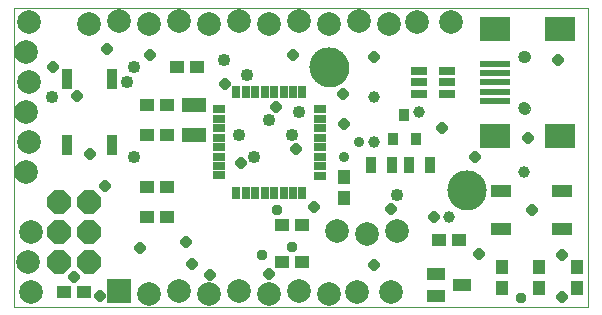
<source format=gts>
G75*
%MOIN*%
%OFA0B0*%
%FSLAX25Y25*%
%IPPOS*%
%LPD*%
%AMOC8*
5,1,8,0,0,1.08239X$1,22.5*
%
%ADD10C,0.00000*%
%ADD11C,0.13100*%
%ADD12R,0.04831X0.04437*%
%ADD13R,0.04437X0.04831*%
%ADD14R,0.07000X0.04437*%
%ADD15R,0.03846X0.02626*%
%ADD16R,0.02626X0.03846*%
%ADD17R,0.06012X0.04437*%
%ADD18C,0.07900*%
%ADD19R,0.07900X0.07900*%
%ADD20R,0.03500X0.06500*%
%ADD21R,0.10343X0.02469*%
%ADD22R,0.10343X0.08374*%
%ADD23C,0.04043*%
%ADD24R,0.07980X0.04831*%
%ADD25R,0.03650X0.04043*%
%ADD26R,0.03650X0.05224*%
%ADD27R,0.05224X0.02862*%
%ADD28OC8,0.07900*%
%ADD29C,0.04262*%
%ADD30C,0.03869*%
%ADD31OC8,0.03700*%
%ADD32OC8,0.03500*%
%ADD33C,0.03500*%
%ADD34C,0.03700*%
D10*
X0001900Y0003250D02*
X0001900Y0103211D01*
X0193101Y0103211D01*
X0193101Y0003250D01*
X0001900Y0003250D01*
X0100600Y0083250D02*
X0100602Y0083408D01*
X0100608Y0083567D01*
X0100618Y0083725D01*
X0100632Y0083882D01*
X0100650Y0084040D01*
X0100671Y0084196D01*
X0100697Y0084353D01*
X0100727Y0084508D01*
X0100760Y0084663D01*
X0100798Y0084817D01*
X0100839Y0084970D01*
X0100884Y0085121D01*
X0100933Y0085272D01*
X0100986Y0085421D01*
X0101042Y0085569D01*
X0101103Y0085716D01*
X0101166Y0085861D01*
X0101234Y0086004D01*
X0101305Y0086145D01*
X0101379Y0086285D01*
X0101457Y0086423D01*
X0101539Y0086559D01*
X0101624Y0086692D01*
X0101712Y0086824D01*
X0101803Y0086953D01*
X0101898Y0087080D01*
X0101996Y0087204D01*
X0102097Y0087326D01*
X0102201Y0087446D01*
X0102307Y0087563D01*
X0102417Y0087677D01*
X0102530Y0087788D01*
X0102645Y0087896D01*
X0102764Y0088002D01*
X0102884Y0088104D01*
X0103007Y0088204D01*
X0103133Y0088300D01*
X0103261Y0088393D01*
X0103392Y0088483D01*
X0103524Y0088569D01*
X0103659Y0088652D01*
X0103796Y0088732D01*
X0103935Y0088808D01*
X0104075Y0088881D01*
X0104218Y0088950D01*
X0104362Y0089016D01*
X0104507Y0089078D01*
X0104655Y0089136D01*
X0104803Y0089191D01*
X0104953Y0089242D01*
X0105104Y0089289D01*
X0105257Y0089332D01*
X0105410Y0089371D01*
X0105564Y0089407D01*
X0105719Y0089438D01*
X0105875Y0089466D01*
X0106032Y0089490D01*
X0106189Y0089510D01*
X0106347Y0089526D01*
X0106504Y0089538D01*
X0106663Y0089546D01*
X0106821Y0089550D01*
X0106979Y0089550D01*
X0107137Y0089546D01*
X0107296Y0089538D01*
X0107453Y0089526D01*
X0107611Y0089510D01*
X0107768Y0089490D01*
X0107925Y0089466D01*
X0108081Y0089438D01*
X0108236Y0089407D01*
X0108390Y0089371D01*
X0108543Y0089332D01*
X0108696Y0089289D01*
X0108847Y0089242D01*
X0108997Y0089191D01*
X0109145Y0089136D01*
X0109293Y0089078D01*
X0109438Y0089016D01*
X0109582Y0088950D01*
X0109725Y0088881D01*
X0109865Y0088808D01*
X0110004Y0088732D01*
X0110141Y0088652D01*
X0110276Y0088569D01*
X0110408Y0088483D01*
X0110539Y0088393D01*
X0110667Y0088300D01*
X0110793Y0088204D01*
X0110916Y0088104D01*
X0111036Y0088002D01*
X0111155Y0087896D01*
X0111270Y0087788D01*
X0111383Y0087677D01*
X0111493Y0087563D01*
X0111599Y0087446D01*
X0111703Y0087326D01*
X0111804Y0087204D01*
X0111902Y0087080D01*
X0111997Y0086953D01*
X0112088Y0086824D01*
X0112176Y0086692D01*
X0112261Y0086559D01*
X0112343Y0086423D01*
X0112421Y0086285D01*
X0112495Y0086145D01*
X0112566Y0086004D01*
X0112634Y0085861D01*
X0112697Y0085716D01*
X0112758Y0085569D01*
X0112814Y0085421D01*
X0112867Y0085272D01*
X0112916Y0085121D01*
X0112961Y0084970D01*
X0113002Y0084817D01*
X0113040Y0084663D01*
X0113073Y0084508D01*
X0113103Y0084353D01*
X0113129Y0084196D01*
X0113150Y0084040D01*
X0113168Y0083882D01*
X0113182Y0083725D01*
X0113192Y0083567D01*
X0113198Y0083408D01*
X0113200Y0083250D01*
X0113198Y0083092D01*
X0113192Y0082933D01*
X0113182Y0082775D01*
X0113168Y0082618D01*
X0113150Y0082460D01*
X0113129Y0082304D01*
X0113103Y0082147D01*
X0113073Y0081992D01*
X0113040Y0081837D01*
X0113002Y0081683D01*
X0112961Y0081530D01*
X0112916Y0081379D01*
X0112867Y0081228D01*
X0112814Y0081079D01*
X0112758Y0080931D01*
X0112697Y0080784D01*
X0112634Y0080639D01*
X0112566Y0080496D01*
X0112495Y0080355D01*
X0112421Y0080215D01*
X0112343Y0080077D01*
X0112261Y0079941D01*
X0112176Y0079808D01*
X0112088Y0079676D01*
X0111997Y0079547D01*
X0111902Y0079420D01*
X0111804Y0079296D01*
X0111703Y0079174D01*
X0111599Y0079054D01*
X0111493Y0078937D01*
X0111383Y0078823D01*
X0111270Y0078712D01*
X0111155Y0078604D01*
X0111036Y0078498D01*
X0110916Y0078396D01*
X0110793Y0078296D01*
X0110667Y0078200D01*
X0110539Y0078107D01*
X0110408Y0078017D01*
X0110276Y0077931D01*
X0110141Y0077848D01*
X0110004Y0077768D01*
X0109865Y0077692D01*
X0109725Y0077619D01*
X0109582Y0077550D01*
X0109438Y0077484D01*
X0109293Y0077422D01*
X0109145Y0077364D01*
X0108997Y0077309D01*
X0108847Y0077258D01*
X0108696Y0077211D01*
X0108543Y0077168D01*
X0108390Y0077129D01*
X0108236Y0077093D01*
X0108081Y0077062D01*
X0107925Y0077034D01*
X0107768Y0077010D01*
X0107611Y0076990D01*
X0107453Y0076974D01*
X0107296Y0076962D01*
X0107137Y0076954D01*
X0106979Y0076950D01*
X0106821Y0076950D01*
X0106663Y0076954D01*
X0106504Y0076962D01*
X0106347Y0076974D01*
X0106189Y0076990D01*
X0106032Y0077010D01*
X0105875Y0077034D01*
X0105719Y0077062D01*
X0105564Y0077093D01*
X0105410Y0077129D01*
X0105257Y0077168D01*
X0105104Y0077211D01*
X0104953Y0077258D01*
X0104803Y0077309D01*
X0104655Y0077364D01*
X0104507Y0077422D01*
X0104362Y0077484D01*
X0104218Y0077550D01*
X0104075Y0077619D01*
X0103935Y0077692D01*
X0103796Y0077768D01*
X0103659Y0077848D01*
X0103524Y0077931D01*
X0103392Y0078017D01*
X0103261Y0078107D01*
X0103133Y0078200D01*
X0103007Y0078296D01*
X0102884Y0078396D01*
X0102764Y0078498D01*
X0102645Y0078604D01*
X0102530Y0078712D01*
X0102417Y0078823D01*
X0102307Y0078937D01*
X0102201Y0079054D01*
X0102097Y0079174D01*
X0101996Y0079296D01*
X0101898Y0079420D01*
X0101803Y0079547D01*
X0101712Y0079676D01*
X0101624Y0079808D01*
X0101539Y0079941D01*
X0101457Y0080077D01*
X0101379Y0080215D01*
X0101305Y0080355D01*
X0101234Y0080496D01*
X0101166Y0080639D01*
X0101103Y0080784D01*
X0101042Y0080931D01*
X0100986Y0081079D01*
X0100933Y0081228D01*
X0100884Y0081379D01*
X0100839Y0081530D01*
X0100798Y0081683D01*
X0100760Y0081837D01*
X0100727Y0081992D01*
X0100697Y0082147D01*
X0100671Y0082304D01*
X0100650Y0082460D01*
X0100632Y0082618D01*
X0100618Y0082775D01*
X0100608Y0082933D01*
X0100602Y0083092D01*
X0100600Y0083250D01*
X0170128Y0086911D02*
X0170130Y0086995D01*
X0170136Y0087078D01*
X0170146Y0087161D01*
X0170160Y0087244D01*
X0170177Y0087326D01*
X0170199Y0087407D01*
X0170224Y0087486D01*
X0170253Y0087565D01*
X0170286Y0087642D01*
X0170322Y0087717D01*
X0170362Y0087791D01*
X0170405Y0087863D01*
X0170452Y0087932D01*
X0170502Y0087999D01*
X0170555Y0088064D01*
X0170611Y0088126D01*
X0170669Y0088186D01*
X0170731Y0088243D01*
X0170795Y0088296D01*
X0170862Y0088347D01*
X0170931Y0088394D01*
X0171002Y0088439D01*
X0171075Y0088479D01*
X0171150Y0088516D01*
X0171227Y0088550D01*
X0171305Y0088580D01*
X0171384Y0088606D01*
X0171465Y0088629D01*
X0171547Y0088647D01*
X0171629Y0088662D01*
X0171712Y0088673D01*
X0171795Y0088680D01*
X0171879Y0088683D01*
X0171963Y0088682D01*
X0172046Y0088677D01*
X0172130Y0088668D01*
X0172212Y0088655D01*
X0172294Y0088639D01*
X0172375Y0088618D01*
X0172456Y0088594D01*
X0172534Y0088566D01*
X0172612Y0088534D01*
X0172688Y0088498D01*
X0172762Y0088459D01*
X0172834Y0088417D01*
X0172904Y0088371D01*
X0172972Y0088322D01*
X0173037Y0088270D01*
X0173100Y0088215D01*
X0173160Y0088157D01*
X0173218Y0088096D01*
X0173272Y0088032D01*
X0173324Y0087966D01*
X0173372Y0087898D01*
X0173417Y0087827D01*
X0173458Y0087754D01*
X0173497Y0087680D01*
X0173531Y0087604D01*
X0173562Y0087526D01*
X0173589Y0087447D01*
X0173613Y0087366D01*
X0173632Y0087285D01*
X0173648Y0087203D01*
X0173660Y0087120D01*
X0173668Y0087036D01*
X0173672Y0086953D01*
X0173672Y0086869D01*
X0173668Y0086786D01*
X0173660Y0086702D01*
X0173648Y0086619D01*
X0173632Y0086537D01*
X0173613Y0086456D01*
X0173589Y0086375D01*
X0173562Y0086296D01*
X0173531Y0086218D01*
X0173497Y0086142D01*
X0173458Y0086068D01*
X0173417Y0085995D01*
X0173372Y0085924D01*
X0173324Y0085856D01*
X0173272Y0085790D01*
X0173218Y0085726D01*
X0173160Y0085665D01*
X0173100Y0085607D01*
X0173037Y0085552D01*
X0172972Y0085500D01*
X0172904Y0085451D01*
X0172834Y0085405D01*
X0172762Y0085363D01*
X0172688Y0085324D01*
X0172612Y0085288D01*
X0172534Y0085256D01*
X0172456Y0085228D01*
X0172375Y0085204D01*
X0172294Y0085183D01*
X0172212Y0085167D01*
X0172130Y0085154D01*
X0172046Y0085145D01*
X0171963Y0085140D01*
X0171879Y0085139D01*
X0171795Y0085142D01*
X0171712Y0085149D01*
X0171629Y0085160D01*
X0171547Y0085175D01*
X0171465Y0085193D01*
X0171384Y0085216D01*
X0171305Y0085242D01*
X0171227Y0085272D01*
X0171150Y0085306D01*
X0171075Y0085343D01*
X0171002Y0085383D01*
X0170931Y0085428D01*
X0170862Y0085475D01*
X0170795Y0085526D01*
X0170731Y0085579D01*
X0170669Y0085636D01*
X0170611Y0085696D01*
X0170555Y0085758D01*
X0170502Y0085823D01*
X0170452Y0085890D01*
X0170405Y0085959D01*
X0170362Y0086031D01*
X0170322Y0086105D01*
X0170286Y0086180D01*
X0170253Y0086257D01*
X0170224Y0086336D01*
X0170199Y0086415D01*
X0170177Y0086496D01*
X0170160Y0086578D01*
X0170146Y0086661D01*
X0170136Y0086744D01*
X0170130Y0086827D01*
X0170128Y0086911D01*
X0170128Y0069589D02*
X0170130Y0069673D01*
X0170136Y0069756D01*
X0170146Y0069839D01*
X0170160Y0069922D01*
X0170177Y0070004D01*
X0170199Y0070085D01*
X0170224Y0070164D01*
X0170253Y0070243D01*
X0170286Y0070320D01*
X0170322Y0070395D01*
X0170362Y0070469D01*
X0170405Y0070541D01*
X0170452Y0070610D01*
X0170502Y0070677D01*
X0170555Y0070742D01*
X0170611Y0070804D01*
X0170669Y0070864D01*
X0170731Y0070921D01*
X0170795Y0070974D01*
X0170862Y0071025D01*
X0170931Y0071072D01*
X0171002Y0071117D01*
X0171075Y0071157D01*
X0171150Y0071194D01*
X0171227Y0071228D01*
X0171305Y0071258D01*
X0171384Y0071284D01*
X0171465Y0071307D01*
X0171547Y0071325D01*
X0171629Y0071340D01*
X0171712Y0071351D01*
X0171795Y0071358D01*
X0171879Y0071361D01*
X0171963Y0071360D01*
X0172046Y0071355D01*
X0172130Y0071346D01*
X0172212Y0071333D01*
X0172294Y0071317D01*
X0172375Y0071296D01*
X0172456Y0071272D01*
X0172534Y0071244D01*
X0172612Y0071212D01*
X0172688Y0071176D01*
X0172762Y0071137D01*
X0172834Y0071095D01*
X0172904Y0071049D01*
X0172972Y0071000D01*
X0173037Y0070948D01*
X0173100Y0070893D01*
X0173160Y0070835D01*
X0173218Y0070774D01*
X0173272Y0070710D01*
X0173324Y0070644D01*
X0173372Y0070576D01*
X0173417Y0070505D01*
X0173458Y0070432D01*
X0173497Y0070358D01*
X0173531Y0070282D01*
X0173562Y0070204D01*
X0173589Y0070125D01*
X0173613Y0070044D01*
X0173632Y0069963D01*
X0173648Y0069881D01*
X0173660Y0069798D01*
X0173668Y0069714D01*
X0173672Y0069631D01*
X0173672Y0069547D01*
X0173668Y0069464D01*
X0173660Y0069380D01*
X0173648Y0069297D01*
X0173632Y0069215D01*
X0173613Y0069134D01*
X0173589Y0069053D01*
X0173562Y0068974D01*
X0173531Y0068896D01*
X0173497Y0068820D01*
X0173458Y0068746D01*
X0173417Y0068673D01*
X0173372Y0068602D01*
X0173324Y0068534D01*
X0173272Y0068468D01*
X0173218Y0068404D01*
X0173160Y0068343D01*
X0173100Y0068285D01*
X0173037Y0068230D01*
X0172972Y0068178D01*
X0172904Y0068129D01*
X0172834Y0068083D01*
X0172762Y0068041D01*
X0172688Y0068002D01*
X0172612Y0067966D01*
X0172534Y0067934D01*
X0172456Y0067906D01*
X0172375Y0067882D01*
X0172294Y0067861D01*
X0172212Y0067845D01*
X0172130Y0067832D01*
X0172046Y0067823D01*
X0171963Y0067818D01*
X0171879Y0067817D01*
X0171795Y0067820D01*
X0171712Y0067827D01*
X0171629Y0067838D01*
X0171547Y0067853D01*
X0171465Y0067871D01*
X0171384Y0067894D01*
X0171305Y0067920D01*
X0171227Y0067950D01*
X0171150Y0067984D01*
X0171075Y0068021D01*
X0171002Y0068061D01*
X0170931Y0068106D01*
X0170862Y0068153D01*
X0170795Y0068204D01*
X0170731Y0068257D01*
X0170669Y0068314D01*
X0170611Y0068374D01*
X0170555Y0068436D01*
X0170502Y0068501D01*
X0170452Y0068568D01*
X0170405Y0068637D01*
X0170362Y0068709D01*
X0170322Y0068783D01*
X0170286Y0068858D01*
X0170253Y0068935D01*
X0170224Y0069014D01*
X0170199Y0069093D01*
X0170177Y0069174D01*
X0170160Y0069256D01*
X0170146Y0069339D01*
X0170136Y0069422D01*
X0170130Y0069505D01*
X0170128Y0069589D01*
X0146350Y0042250D02*
X0146352Y0042408D01*
X0146358Y0042567D01*
X0146368Y0042725D01*
X0146382Y0042882D01*
X0146400Y0043040D01*
X0146421Y0043196D01*
X0146447Y0043353D01*
X0146477Y0043508D01*
X0146510Y0043663D01*
X0146548Y0043817D01*
X0146589Y0043970D01*
X0146634Y0044121D01*
X0146683Y0044272D01*
X0146736Y0044421D01*
X0146792Y0044569D01*
X0146853Y0044716D01*
X0146916Y0044861D01*
X0146984Y0045004D01*
X0147055Y0045145D01*
X0147129Y0045285D01*
X0147207Y0045423D01*
X0147289Y0045559D01*
X0147374Y0045692D01*
X0147462Y0045824D01*
X0147553Y0045953D01*
X0147648Y0046080D01*
X0147746Y0046204D01*
X0147847Y0046326D01*
X0147951Y0046446D01*
X0148057Y0046563D01*
X0148167Y0046677D01*
X0148280Y0046788D01*
X0148395Y0046896D01*
X0148514Y0047002D01*
X0148634Y0047104D01*
X0148757Y0047204D01*
X0148883Y0047300D01*
X0149011Y0047393D01*
X0149142Y0047483D01*
X0149274Y0047569D01*
X0149409Y0047652D01*
X0149546Y0047732D01*
X0149685Y0047808D01*
X0149825Y0047881D01*
X0149968Y0047950D01*
X0150112Y0048016D01*
X0150257Y0048078D01*
X0150405Y0048136D01*
X0150553Y0048191D01*
X0150703Y0048242D01*
X0150854Y0048289D01*
X0151007Y0048332D01*
X0151160Y0048371D01*
X0151314Y0048407D01*
X0151469Y0048438D01*
X0151625Y0048466D01*
X0151782Y0048490D01*
X0151939Y0048510D01*
X0152097Y0048526D01*
X0152254Y0048538D01*
X0152413Y0048546D01*
X0152571Y0048550D01*
X0152729Y0048550D01*
X0152887Y0048546D01*
X0153046Y0048538D01*
X0153203Y0048526D01*
X0153361Y0048510D01*
X0153518Y0048490D01*
X0153675Y0048466D01*
X0153831Y0048438D01*
X0153986Y0048407D01*
X0154140Y0048371D01*
X0154293Y0048332D01*
X0154446Y0048289D01*
X0154597Y0048242D01*
X0154747Y0048191D01*
X0154895Y0048136D01*
X0155043Y0048078D01*
X0155188Y0048016D01*
X0155332Y0047950D01*
X0155475Y0047881D01*
X0155615Y0047808D01*
X0155754Y0047732D01*
X0155891Y0047652D01*
X0156026Y0047569D01*
X0156158Y0047483D01*
X0156289Y0047393D01*
X0156417Y0047300D01*
X0156543Y0047204D01*
X0156666Y0047104D01*
X0156786Y0047002D01*
X0156905Y0046896D01*
X0157020Y0046788D01*
X0157133Y0046677D01*
X0157243Y0046563D01*
X0157349Y0046446D01*
X0157453Y0046326D01*
X0157554Y0046204D01*
X0157652Y0046080D01*
X0157747Y0045953D01*
X0157838Y0045824D01*
X0157926Y0045692D01*
X0158011Y0045559D01*
X0158093Y0045423D01*
X0158171Y0045285D01*
X0158245Y0045145D01*
X0158316Y0045004D01*
X0158384Y0044861D01*
X0158447Y0044716D01*
X0158508Y0044569D01*
X0158564Y0044421D01*
X0158617Y0044272D01*
X0158666Y0044121D01*
X0158711Y0043970D01*
X0158752Y0043817D01*
X0158790Y0043663D01*
X0158823Y0043508D01*
X0158853Y0043353D01*
X0158879Y0043196D01*
X0158900Y0043040D01*
X0158918Y0042882D01*
X0158932Y0042725D01*
X0158942Y0042567D01*
X0158948Y0042408D01*
X0158950Y0042250D01*
X0158948Y0042092D01*
X0158942Y0041933D01*
X0158932Y0041775D01*
X0158918Y0041618D01*
X0158900Y0041460D01*
X0158879Y0041304D01*
X0158853Y0041147D01*
X0158823Y0040992D01*
X0158790Y0040837D01*
X0158752Y0040683D01*
X0158711Y0040530D01*
X0158666Y0040379D01*
X0158617Y0040228D01*
X0158564Y0040079D01*
X0158508Y0039931D01*
X0158447Y0039784D01*
X0158384Y0039639D01*
X0158316Y0039496D01*
X0158245Y0039355D01*
X0158171Y0039215D01*
X0158093Y0039077D01*
X0158011Y0038941D01*
X0157926Y0038808D01*
X0157838Y0038676D01*
X0157747Y0038547D01*
X0157652Y0038420D01*
X0157554Y0038296D01*
X0157453Y0038174D01*
X0157349Y0038054D01*
X0157243Y0037937D01*
X0157133Y0037823D01*
X0157020Y0037712D01*
X0156905Y0037604D01*
X0156786Y0037498D01*
X0156666Y0037396D01*
X0156543Y0037296D01*
X0156417Y0037200D01*
X0156289Y0037107D01*
X0156158Y0037017D01*
X0156026Y0036931D01*
X0155891Y0036848D01*
X0155754Y0036768D01*
X0155615Y0036692D01*
X0155475Y0036619D01*
X0155332Y0036550D01*
X0155188Y0036484D01*
X0155043Y0036422D01*
X0154895Y0036364D01*
X0154747Y0036309D01*
X0154597Y0036258D01*
X0154446Y0036211D01*
X0154293Y0036168D01*
X0154140Y0036129D01*
X0153986Y0036093D01*
X0153831Y0036062D01*
X0153675Y0036034D01*
X0153518Y0036010D01*
X0153361Y0035990D01*
X0153203Y0035974D01*
X0153046Y0035962D01*
X0152887Y0035954D01*
X0152729Y0035950D01*
X0152571Y0035950D01*
X0152413Y0035954D01*
X0152254Y0035962D01*
X0152097Y0035974D01*
X0151939Y0035990D01*
X0151782Y0036010D01*
X0151625Y0036034D01*
X0151469Y0036062D01*
X0151314Y0036093D01*
X0151160Y0036129D01*
X0151007Y0036168D01*
X0150854Y0036211D01*
X0150703Y0036258D01*
X0150553Y0036309D01*
X0150405Y0036364D01*
X0150257Y0036422D01*
X0150112Y0036484D01*
X0149968Y0036550D01*
X0149825Y0036619D01*
X0149685Y0036692D01*
X0149546Y0036768D01*
X0149409Y0036848D01*
X0149274Y0036931D01*
X0149142Y0037017D01*
X0149011Y0037107D01*
X0148883Y0037200D01*
X0148757Y0037296D01*
X0148634Y0037396D01*
X0148514Y0037498D01*
X0148395Y0037604D01*
X0148280Y0037712D01*
X0148167Y0037823D01*
X0148057Y0037937D01*
X0147951Y0038054D01*
X0147847Y0038174D01*
X0147746Y0038296D01*
X0147648Y0038420D01*
X0147553Y0038547D01*
X0147462Y0038676D01*
X0147374Y0038808D01*
X0147289Y0038941D01*
X0147207Y0039077D01*
X0147129Y0039215D01*
X0147055Y0039355D01*
X0146984Y0039496D01*
X0146916Y0039639D01*
X0146853Y0039784D01*
X0146792Y0039931D01*
X0146736Y0040079D01*
X0146683Y0040228D01*
X0146634Y0040379D01*
X0146589Y0040530D01*
X0146548Y0040683D01*
X0146510Y0040837D01*
X0146477Y0040992D01*
X0146447Y0041147D01*
X0146421Y0041304D01*
X0146400Y0041460D01*
X0146382Y0041618D01*
X0146368Y0041775D01*
X0146358Y0041933D01*
X0146352Y0042092D01*
X0146350Y0042250D01*
D11*
X0152650Y0042250D03*
X0106900Y0083250D03*
D12*
X0062746Y0083250D03*
X0056054Y0083250D03*
X0052746Y0070750D03*
X0046054Y0070750D03*
X0046054Y0060750D03*
X0052746Y0060750D03*
X0052746Y0043250D03*
X0046054Y0043250D03*
X0046054Y0033250D03*
X0052746Y0033250D03*
X0091054Y0030750D03*
X0097746Y0030750D03*
X0097746Y0018250D03*
X0091054Y0018250D03*
X0143554Y0025750D03*
X0150246Y0025750D03*
X0025246Y0008250D03*
X0018554Y0008250D03*
D13*
X0111900Y0039904D03*
X0111900Y0046596D03*
X0164400Y0016596D03*
X0164400Y0009904D03*
X0176900Y0009904D03*
X0176900Y0016596D03*
X0189400Y0016596D03*
X0189400Y0009904D03*
D14*
X0184546Y0029451D03*
X0164254Y0029451D03*
X0164254Y0042049D03*
X0184546Y0042049D03*
D15*
X0103731Y0047226D03*
X0103731Y0050376D03*
X0103731Y0053526D03*
X0103731Y0056675D03*
X0103731Y0059825D03*
X0103731Y0062974D03*
X0103731Y0066124D03*
X0103731Y0069274D03*
X0070069Y0069274D03*
X0070069Y0066124D03*
X0070069Y0062974D03*
X0070069Y0059825D03*
X0070069Y0056675D03*
X0070069Y0053565D03*
X0070069Y0050415D03*
X0070069Y0047266D03*
D16*
X0075876Y0041419D03*
X0079026Y0041419D03*
X0082176Y0041419D03*
X0085325Y0041419D03*
X0088475Y0041419D03*
X0091624Y0041419D03*
X0094774Y0041419D03*
X0097924Y0041419D03*
X0097924Y0075081D03*
X0094774Y0075081D03*
X0091624Y0075081D03*
X0088475Y0075081D03*
X0085325Y0075081D03*
X0082176Y0075081D03*
X0079026Y0075081D03*
X0075876Y0075081D03*
D17*
X0142569Y0014490D03*
X0151231Y0010750D03*
X0142569Y0007010D03*
D18*
X0127600Y0008250D03*
X0116200Y0008250D03*
X0106900Y0007750D03*
X0096900Y0008750D03*
X0086900Y0007750D03*
X0076900Y0008750D03*
X0066900Y0007750D03*
X0056900Y0008750D03*
X0046900Y0007750D03*
X0007400Y0008250D03*
X0006400Y0018250D03*
X0007400Y0028250D03*
X0005900Y0048250D03*
X0006900Y0058250D03*
X0005900Y0068250D03*
X0006900Y0078250D03*
X0005900Y0088250D03*
X0006900Y0098250D03*
X0026900Y0097750D03*
X0036900Y0098750D03*
X0046900Y0097750D03*
X0056900Y0098750D03*
X0066900Y0097750D03*
X0076900Y0098750D03*
X0086900Y0097750D03*
X0096900Y0098750D03*
X0106900Y0097750D03*
X0116900Y0098750D03*
X0126900Y0097750D03*
X0136200Y0098250D03*
X0147600Y0098250D03*
X0129400Y0028750D03*
X0119400Y0027750D03*
X0109400Y0028750D03*
D19*
X0036900Y0008750D03*
D20*
X0034400Y0057250D03*
X0019400Y0057250D03*
X0019400Y0079250D03*
X0034400Y0079250D03*
D21*
X0162057Y0078250D03*
X0162057Y0075100D03*
X0162057Y0071951D03*
X0162057Y0081400D03*
X0162057Y0084549D03*
D22*
X0162057Y0095967D03*
X0183711Y0095967D03*
X0183711Y0060533D03*
X0162057Y0060533D03*
D23*
X0171900Y0069589D03*
X0171900Y0086911D03*
D24*
X0061900Y0070671D03*
X0061900Y0060829D03*
D25*
X0128160Y0059313D03*
X0135640Y0059313D03*
X0131900Y0067581D03*
D26*
X0133357Y0050750D03*
X0127943Y0050750D03*
X0120857Y0050750D03*
X0140443Y0050750D03*
D27*
X0136900Y0074510D03*
X0136900Y0078250D03*
X0136900Y0081990D03*
X0145955Y0081990D03*
X0145955Y0078250D03*
X0145955Y0074510D03*
D28*
X0026900Y0038250D03*
X0016900Y0038250D03*
X0016900Y0028250D03*
X0026900Y0028250D03*
X0026900Y0018250D03*
X0016900Y0018250D03*
D29*
X0041900Y0053250D03*
X0076900Y0060750D03*
X0086900Y0065750D03*
X0094400Y0060750D03*
X0081900Y0053250D03*
X0096900Y0068250D03*
X0079400Y0080750D03*
X0071900Y0085750D03*
X0041900Y0083250D03*
X0039400Y0078250D03*
X0014400Y0073250D03*
X0129400Y0040750D03*
D30*
X0146900Y0033250D03*
X0171900Y0048250D03*
X0136900Y0068250D03*
X0121900Y0073250D03*
X0121900Y0058250D03*
D31*
X0111900Y0064250D03*
X0095900Y0056000D03*
X0077400Y0051250D03*
X0101900Y0036750D03*
X0127400Y0036000D03*
X0141900Y0033250D03*
X0156900Y0021000D03*
X0174400Y0035750D03*
X0184400Y0020750D03*
X0184400Y0006750D03*
X0121650Y0017500D03*
X0086900Y0014250D03*
X0067150Y0014000D03*
X0061150Y0017750D03*
X0059150Y0025000D03*
X0043650Y0023000D03*
X0021650Y0013500D03*
X0030400Y0007000D03*
X0032150Y0043750D03*
X0027150Y0054250D03*
X0022900Y0073750D03*
X0014650Y0083500D03*
X0032900Y0089250D03*
X0047150Y0087250D03*
X0072150Y0077750D03*
X0089150Y0070000D03*
X0111400Y0074250D03*
X0121900Y0086750D03*
X0094900Y0087500D03*
X0144400Y0063000D03*
X0155400Y0053500D03*
X0173150Y0059750D03*
X0183150Y0085750D03*
D32*
X0170900Y0006250D03*
D33*
X0111900Y0053250D03*
X0116900Y0058250D03*
D34*
X0089400Y0035750D03*
X0094400Y0023250D03*
X0084400Y0020750D03*
M02*

</source>
